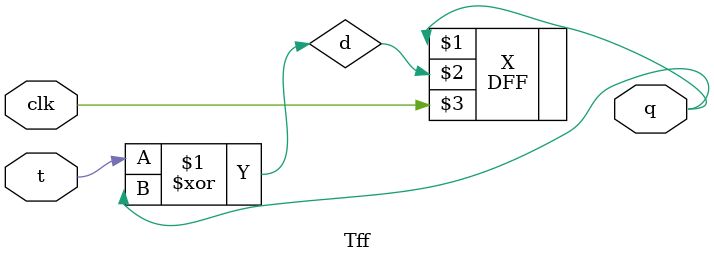
<source format=v>
`include "DFF.v"
module Tff(t,clk,q);
  output q;
  input t,clk;
  wire d;
  assign d=t^q;
  DFF X (q,d,clk);
endmodule

</source>
